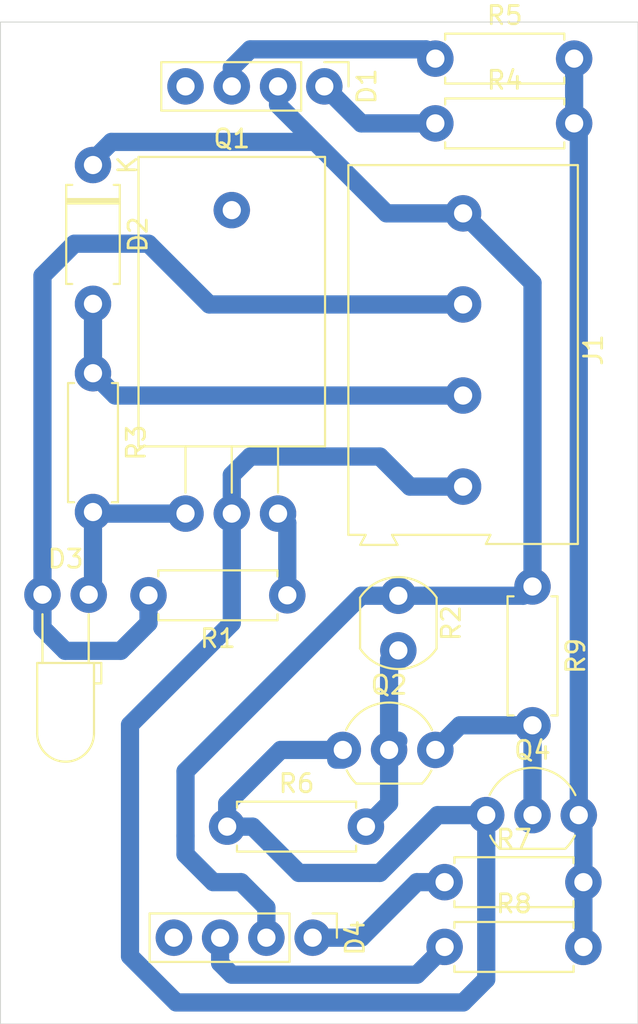
<source format=kicad_pcb>
(kicad_pcb (version 20240108) (generator "pcbnew") (generator_version "8.0")
  (layers (0 "F.Cu" signal) (31 "B.Cu" signal) (34 "B.Paste" user) (35 "F.Paste" user) (36 "B.SilkS" user "B.Silkscreen") (37 "F.SilkS" user "F.Silkscreen") (38 "B.Mask" user) (39 "F.Mask" user) (44 "Edge.Cuts" user))
  (net 0 "")
  (net 2 "Net-(D1-RK)")
  (net 3 "/BATT+")
  (net 4 "Net-(D1-GK)")
  (net 5 "VCC")
  (net 6 "Net-(D3-A)")
  (net 7 "GND")
  (net 8 "Net-(D4-GK)")
  (net 10 "Net-(D4-RK)")
  (net 11 "/BATT-")
  (net 12 "Net-(Q1-E)")
  (net 13 "Net-(Q2-C)")
  (net 14 "Net-(Q2-B)")
  (net 15 "Net-(Q4-C)")
  (footprint "Resistor_THT:R_Axial_DIN0207_L6.3mm_D2.5mm_P7.62mm_Horizontal" (layer "F.Cu") (at 72.39 80.772)
    (property "Reference" "R6" (at 3.81 -2.37 0) (layer "F.SilkS"))
    (property "Value" "39K")
    (fp_line (start 0.54 -1.37) (end 7.08 -1.37) (stroke (width 0.12)) (layer "F.SilkS"))
    (fp_line (start 0.54 -1.04) (end 0.54 -1.37) (stroke (width 0.12)) (layer "F.SilkS"))
    (fp_line (start 0.54 1.04) (end 0.54 1.37) (stroke (width 0.12)) (layer "F.SilkS"))
    (fp_line (start 0.54 1.37) (end 7.08 1.37) (stroke (width 0.12)) (layer "F.SilkS"))
    (fp_line (start 7.08 -1.37) (end 7.08 -1.04) (stroke (width 0.12)) (layer "F.SilkS"))
    (fp_line (start 7.08 1.37) (end 7.08 1.04) (stroke (width 0.12)) (layer "F.SilkS"))
    (pad "1" thru_hole circle (at 0 0) (size 2 2) (drill 1) (layers "*.Cu" "*.Mask") (net 11 "/BATT-"))
    (pad "2" thru_hole circle (at 7.62 0) (size 2 2) (drill 1) (layers "*.Cu" "*.Mask") (net 14 "Net-(Q2-B)"))
  )
  (footprint "Resistor_THT:R_Axial_DIN0207_L6.3mm_D2.5mm_P7.62mm_Horizontal" (layer "F.Cu") (at 89.154 67.588 -90)
    (property "Reference" "R9" (at 3.81 -2.37 90) (layer "F.SilkS"))
    (property "Value" "10K")
    (fp_line (start 0.54 1.37) (end 7.08 1.37) (stroke (width 0.12)) (layer "F.SilkS"))
    (fp_line (start 7.08 1.37) (end 7.08 1.04) (stroke (width 0.12)) (layer "F.SilkS"))
    (fp_line (start 0.54 1.04) (end 0.54 1.37) (stroke (width 0.12)) (layer "F.SilkS"))
    (fp_line (start 0.54 -1.04) (end 0.54 -1.37) (stroke (width 0.12)) (layer "F.SilkS"))
    (fp_line (start 0.54 -1.37) (end 7.08 -1.37) (stroke (width 0.12)) (layer "F.SilkS"))
    (fp_line (start 7.08 -1.37) (end 7.08 -1.04) (stroke (width 0.12)) (layer "F.SilkS"))
    (pad "1" thru_hole circle (at 0 0 270) (size 2 2) (drill 1) (layers "*.Cu" "*.Mask") (net 3 "/BATT+"))
    (pad "2" thru_hole circle (at 7.62 0 270) (size 2 2) (drill 1) (layers "*.Cu" "*.Mask") (net 13 "Net-(Q2-C)"))
  )
  (footprint "Resistor_THT:R_Axial_DIN0207_L6.3mm_D2.5mm_P7.62mm_Horizontal" (layer "F.Cu") (at 65.024 55.88 -90)
    (property "Reference" "R3" (at 3.81 -2.37 90) (layer "F.SilkS"))
    (property "Value" "6.8K")
    (fp_line (start 0.54 1.37) (end 7.08 1.37) (stroke (width 0.12)) (layer "F.SilkS"))
    (fp_line (start 7.08 1.37) (end 7.08 1.04) (stroke (width 0.12)) (layer "F.SilkS"))
    (fp_line (start 0.54 1.04) (end 0.54 1.37) (stroke (width 0.12)) (layer "F.SilkS"))
    (fp_line (start 0.54 -1.04) (end 0.54 -1.37) (stroke (width 0.12)) (layer "F.SilkS"))
    (fp_line (start 0.54 -1.37) (end 7.08 -1.37) (stroke (width 0.12)) (layer "F.SilkS"))
    (fp_line (start 7.08 -1.37) (end 7.08 -1.04) (stroke (width 0.12)) (layer "F.SilkS"))
    (pad "1" thru_hole circle (at 0 0 270) (size 2 2) (drill 1) (layers "*.Cu" "*.Mask") (net 5 "VCC"))
    (pad "2" thru_hole circle (at 7.62 0 270) (size 2 2) (drill 1) (layers "*.Cu" "*.Mask") (net 6 "Net-(D3-A)"))
  )
  (footprint "Resistor_THT:R_Axial_DIN0207_L6.3mm_D2.5mm_P7.62mm_Horizontal" (layer "F.Cu") (at 84.328 83.82)
    (property "Reference" "R7" (at 3.81 -2.37 0) (layer "F.SilkS"))
    (property "Value" "22")
    (fp_line (start 0.54 -1.37) (end 7.08 -1.37) (stroke (width 0.12)) (layer "F.SilkS"))
    (fp_line (start 0.54 -1.04) (end 0.54 -1.37) (stroke (width 0.12)) (layer "F.SilkS"))
    (fp_line (start 0.54 1.04) (end 0.54 1.37) (stroke (width 0.12)) (layer "F.SilkS"))
    (fp_line (start 0.54 1.37) (end 7.08 1.37) (stroke (width 0.12)) (layer "F.SilkS"))
    (fp_line (start 7.08 -1.37) (end 7.08 -1.04) (stroke (width 0.12)) (layer "F.SilkS"))
    (fp_line (start 7.08 1.37) (end 7.08 1.04) (stroke (width 0.12)) (layer "F.SilkS"))
    (pad "1" thru_hole circle (at 0 0) (size 2 2) (drill 1) (layers "*.Cu" "*.Mask") (net 10 "Net-(D4-RK)"))
    (pad "2" thru_hole circle (at 7.62 0) (size 2 2) (drill 1) (layers "*.Cu" "*.Mask") (net 15 "Net-(Q4-C)"))
  )
  (footprint "Connector_PinHeader_2.54mm:PinHeader_1x04_P2.54mm_Vertical" (layer "F.Cu") (at 77.724 40.132 -90)
    (property "Reference" "D1" (at 0 -2.33 90) (layer "F.SilkS"))
    (property "Value" "LED_RAGB")
    (fp_line (start -1.33 8.95) (end 1.33 8.95) (stroke (width 0.12)) (layer "F.SilkS"))
    (fp_line (start -1.33 1.27) (end -1.33 8.95) (stroke (width 0.12)) (layer "F.SilkS"))
    (fp_line (start -1.33 1.27) (end 1.33 1.27) (stroke (width 0.12)) (layer "F.SilkS"))
    (fp_line (start 1.33 1.27) (end 1.33 8.95) (stroke (width 0.12)) (layer "F.SilkS"))
    (fp_line (start -1.33 0) (end -1.33 -1.33) (stroke (width 0.12)) (layer "F.SilkS"))
    (fp_line (start -1.33 -1.33) (end 0 -1.33) (stroke (width 0.12)) (layer "F.SilkS"))
    (pad "1" thru_hole circle (at 0 0 270) (size 2 2) (drill 1) (layers "*.Cu" "*.Mask") (net 2 "Net-(D1-RK)"))
    (pad "2" thru_hole circle (at 0 2.54 270) (size 2 2) (drill 1) (layers "*.Cu" "*.Mask") (net 3 "/BATT+"))
    (pad "3" thru_hole circle (at 0 5.08 270) (size 2 2) (drill 1) (layers "*.Cu" "*.Mask") (net 4 "Net-(D1-GK)"))
    (pad "4" thru_hole circle (at 0 7.62 270) (size 2 2) (drill 1) (layers "*.Cu" "*.Mask"))
  )
  (footprint "Resistor_THT:R_Axial_DIN0207_L6.3mm_D2.5mm_P7.62mm_Horizontal" (layer "F.Cu") (at 84.328 87.376)
    (property "Reference" "R8" (at 3.81 -2.37 0) (layer "F.SilkS"))
    (property "Value" "47")
    (fp_line (start 0.54 -1.37) (end 7.08 -1.37) (stroke (width 0.12)) (layer "F.SilkS"))
    (fp_line (start 0.54 -1.04) (end 0.54 -1.37) (stroke (width 0.12)) (layer "F.SilkS"))
    (fp_line (start 0.54 1.04) (end 0.54 1.37) (stroke (width 0.12)) (layer "F.SilkS"))
    (fp_line (start 0.54 1.37) (end 7.08 1.37) (stroke (width 0.12)) (layer "F.SilkS"))
    (fp_line (start 7.08 -1.37) (end 7.08 -1.04) (stroke (width 0.12)) (layer "F.SilkS"))
    (fp_line (start 7.08 1.37) (end 7.08 1.04) (stroke (width 0.12)) (layer "F.SilkS"))
    (pad "1" thru_hole circle (at 0 0) (size 2 2) (drill 1) (layers "*.Cu" "*.Mask") (net 8 "Net-(D4-GK)"))
    (pad "2" thru_hole circle (at 7.62 0) (size 2 2) (drill 1) (layers "*.Cu" "*.Mask") (net 15 "Net-(Q4-C)"))
  )
  (footprint "Diode_THT:D_A-405_P7.62mm_Horizontal" (layer "F.Cu") (at 65.024 44.45 -90)
    (property "Reference" "D2" (at 3.81 -2.47 90) (layer "F.SilkS"))
    (property "Value" "0.2V")
    (fp_line (start 1.09 1.47) (end 6.53 1.47) (stroke (width 0.12)) (layer "F.SilkS"))
    (fp_line (start 6.53 1.47) (end 6.53 1.14) (stroke (width 0.12)) (layer "F.SilkS"))
    (fp_line (start 1.09 1.14) (end 1.09 1.47) (stroke (width 0.12)) (layer "F.SilkS"))
    (fp_line (start 1.09 -1.14) (end 1.09 -1.47) (stroke (width 0.12)) (layer "F.SilkS"))
    (fp_line (start 1.09 -1.47) (end 6.53 -1.47) (stroke (width 0.12)) (layer "F.SilkS"))
    (fp_line (start 1.87 -1.47) (end 1.87 1.47) (stroke (width 0.12)) (layer "F.SilkS"))
    (fp_line (start 1.99 -1.47) (end 1.99 1.47) (stroke (width 0.12)) (layer "F.SilkS"))
    (fp_line (start 2.11 -1.47) (end 2.11 1.47) (stroke (width 0.12)) (layer "F.SilkS"))
    (fp_line (start 6.53 -1.47) (end 6.53 -1.14) (stroke (width 0.12)) (layer "F.SilkS"))
    (fp_text user "K" (at 0 -1.9 90) (layer "F.SilkS"))
    (pad "1" thru_hole circle (at 0 0 270) (size 2 2) (drill 1) (layers "*.Cu" "*.Mask") (net 3 "/BATT+"))
    (pad "2" thru_hole circle (at 7.62 0 270) (size 2 2) (drill 1) (layers "*.Cu" "*.Mask") (net 5 "VCC"))
  )
  (footprint "TerminalBlock:TerminalBlock_Altech_AK300-4_P5.00mm" (layer "F.Cu") (at 85.344 47.104 -90)
    (property "Reference" "J1" (at 7.5 -7.15 90) (layer "F.SilkS"))
    (property "Value" "Screw_Terminal_01x04")
    (fp_line (start -2.65 6.3) (end -2.65 -6.3) (stroke (width 0.12)) (layer "F.SilkS"))
    (fp_line (start 17.65 6.3) (end -2.65 6.3) (stroke (width 0.12)) (layer "F.SilkS"))
    (fp_line (start 18.2 5.65) (end 17.65 5.35) (stroke (width 0.12)) (layer "F.SilkS"))
    (fp_line (start 17.65 5.35) (end 17.65 6.3) (stroke (width 0.12)) (layer "F.SilkS"))
    (fp_line (start 17.65 3.9) (end 18.2 3.6) (stroke (width 0.12)) (layer "F.SilkS"))
    (fp_line (start 18.2 3.6) (end 18.2 5.65) (stroke (width 0.12)) (layer "F.SilkS"))
    (fp_line (start 18.15 -1.25) (end 17.65 -1.5) (stroke (width 0.12)) (layer "F.SilkS"))
    (fp_line (start 17.65 -1.5) (end 17.65 3.9) (stroke (width 0.12)) (layer "F.SilkS"))
    (fp_line (start -2.65 -6.3) (end 18.15 -6.3) (stroke (width 0.12)) (layer "F.SilkS"))
    (fp_line (start 18.15 -6.3) (end 18.15 -1.25) (stroke (width 0.12)) (layer "F.SilkS"))
    (pad "1" thru_hole circle (at 0 0 270) (size 2 2) (drill 1) (layers "*.Cu" "*.Mask") (net 3 "/BATT+"))
    (pad "2" thru_hole circle (at 5 0 270) (size 2 2) (drill 1) (layers "*.Cu" "*.Mask") (net 7 "GND"))
    (pad "3" thru_hole circle (at 10 0 270) (size 2 2) (drill 1) (layers "*.Cu" "*.Mask") (net 5 "VCC"))
    (pad "4" thru_hole circle (at 15 0 270) (size 2 2) (drill 1) (layers "*.Cu" "*.Mask") (net 11 "/BATT-"))
  )
  (footprint "Connector_PinHeader_2.54mm:PinHeader_1x04_P2.54mm_Vertical" (layer "F.Cu") (at 77.084 86.868 -90)
    (property "Reference" "D4" (at 0 -2.33 90) (layer "F.SilkS"))
    (property "Value" "LED_RAGB")
    (fp_line (start -1.33 8.95) (end 1.33 8.95) (stroke (width 0.12)) (layer "F.SilkS"))
    (fp_line (start -1.33 1.27) (end -1.33 8.95) (stroke (width 0.12)) (layer "F.SilkS"))
    (fp_line (start -1.33 1.27) (end 1.33 1.27) (stroke (width 0.12)) (layer "F.SilkS"))
    (fp_line (start 1.33 1.27) (end 1.33 8.95) (stroke (width 0.12)) (layer "F.SilkS"))
    (fp_line (start -1.33 0) (end -1.33 -1.33) (stroke (width 0.12)) (layer "F.SilkS"))
    (fp_line (start -1.33 -1.33) (end 0 -1.33) (stroke (width 0.12)) (layer "F.SilkS"))
    (pad "1" thru_hole circle (at 0 0 270) (size 2 2) (drill 1) (layers "*.Cu" "*.Mask") (net 10 "Net-(D4-RK)"))
    (pad "2" thru_hole circle (at 0 2.54 270) (size 2 2) (drill 1) (layers "*.Cu" "*.Mask") (net 3 "/BATT+"))
    (pad "3" thru_hole circle (at 0 5.08 270) (size 2 2) (drill 1) (layers "*.Cu" "*.Mask") (net 8 "Net-(D4-GK)"))
    (pad "4" thru_hole circle (at 0 7.62 270) (size 2 2) (drill 1) (layers "*.Cu" "*.Mask"))
  )
  (footprint "LED_THT:LED_D3.0mm_Horizontal_O3.81mm_Z2.0mm" (layer "F.Cu") (at 62.25 68.036)
    (property "Reference" "D3" (at 1.27 -1.96 0) (layer "F.SilkS"))
    (property "Value" "LED_1.8V")
    (fp_line (start -0.29 3.75) (end -0.29 7.61) (stroke (width 0.12)) (layer "F.SilkS"))
    (fp_line (start -0.29 3.75) (end 2.83 3.75) (stroke (width 0.12)) (layer "F.SilkS"))
    (fp_line (start 0 1.08) (end 0 1.08) (stroke (width 0.12)) (layer "F.SilkS"))
    (fp_line (start 0 1.08) (end 0 3.75) (stroke (width 0.12)) (layer "F.SilkS"))
    (fp_line (start 0 3.75) (end 0 1.08) (stroke (width 0.12)) (layer "F.SilkS"))
    (fp_line (start 0 3.75) (end 0 3.75) (stroke (width 0.12)) (layer "F.SilkS"))
    (fp_line (start 2.54 1.08) (end 2.54 1.08) (stroke (width 0.12)) (layer "F.SilkS"))
    (fp_line (start 2.54 1.08) (end 2.54 3.75) (stroke (width 0.12)) (layer "F.SilkS"))
    (fp_line (start 2.54 3.75) (end 2.54 1.08) (stroke (width 0.12)) (layer "F.SilkS"))
    (fp_line (start 2.54 3.75) (end 2.54 3.75) (stroke (width 0.12)) (layer "F.SilkS"))
    (fp_line (start 2.83 3.75) (end 2.83 7.61) (stroke (width 0.12)) (layer "F.SilkS"))
    (fp_line (start 2.83 3.75) (end 3.23 3.75) (stroke (width 0.12)) (layer "F.SilkS"))
    (fp_line (start 2.83 4.87) (end 2.83 3.75) (stroke (width 0.12)) (layer "F.SilkS"))
    (fp_line (start 3.23 3.75) (end 3.23 4.87) (stroke (width 0.12)) (layer "F.SilkS"))
    (fp_line (start 3.23 4.87) (end 2.83 4.87) (stroke (width 0.12)) (layer "F.SilkS"))
    (fp_arc (start 2.83 7.61) (mid 1.27 9.17) (end -0.29 7.61) (stroke (width 0.12)) (layer "F.SilkS"))
    (pad "1" thru_hole circle (at 0 0) (size 2 2) (drill 1) (layers "*.Cu" "*.Mask") (net 7 "GND"))
    (pad "2" thru_hole circle (at 2.54 0) (size 2 2) (drill 1) (layers "*.Cu" "*.Mask") (net 6 "Net-(D3-A)"))
  )
  (footprint "Resistor_THT:R_Axial_DIN0207_L6.3mm_D2.5mm_P7.62mm_Horizontal" (layer "F.Cu") (at 75.692 68.072 180)
    (property "Reference" "R1" (at 3.81 -2.37 180) (layer "F.SilkS"))
    (property "Value" "15")
    (fp_line (start 7.08 1.37) (end 7.08 1.04) (stroke (width 0.12)) (layer "F.SilkS"))
    (fp_line (start 7.08 -1.37) (end 7.08 -1.04) (stroke (width 0.12)) (layer "F.SilkS"))
    (fp_line (start 0.54 1.37) (end 7.08 1.37) (stroke (width 0.12)) (layer "F.SilkS"))
    (fp_line (start 0.54 1.04) (end 0.54 1.37) (stroke (width 0.12)) (layer "F.SilkS"))
    (fp_line (start 0.54 -1.04) (end 0.54 -1.37) (stroke (width 0.12)) (layer "F.SilkS"))
    (fp_line (start 0.54 -1.37) (end 7.08 -1.37) (stroke (width 0.12)) (layer "F.SilkS"))
    (pad "1" thru_hole circle (at 0 0 180) (size 2 2) (drill 1) (layers "*.Cu" "*.Mask") (net 12 "Net-(Q1-E)"))
    (pad "2" thru_hole circle (at 7.62 0 180) (size 2 2) (drill 1) (layers "*.Cu" "*.Mask") (net 7 "GND"))
  )
  (footprint "Resistor_THT:R_Axial_DIN0207_L6.3mm_D2.5mm_P7.62mm_Horizontal" (layer "F.Cu") (at 83.82 38.608)
    (property "Reference" "R5" (at 3.81 -2.37 0) (layer "F.SilkS"))
    (property "Value" "47")
    (fp_line (start 0.54 -1.37) (end 7.08 -1.37) (stroke (width 0.12)) (layer "F.SilkS"))
    (fp_line (start 0.54 -1.04) (end 0.54 -1.37) (stroke (width 0.12)) (layer "F.SilkS"))
    (fp_line (start 0.54 1.04) (end 0.54 1.37) (stroke (width 0.12)) (layer "F.SilkS"))
    (fp_line (start 0.54 1.37) (end 7.08 1.37) (stroke (width 0.12)) (layer "F.SilkS"))
    (fp_line (start 7.08 -1.37) (end 7.08 -1.04) (stroke (width 0.12)) (layer "F.SilkS"))
    (fp_line (start 7.08 1.37) (end 7.08 1.04) (stroke (width 0.12)) (layer "F.SilkS"))
    (pad "1" thru_hole circle (at 0 0) (size 2 2) (drill 1) (layers "*.Cu" "*.Mask") (net 4 "Net-(D1-GK)"))
    (pad "2" thru_hole circle (at 7.62 0) (size 2 2) (drill 1) (layers "*.Cu" "*.Mask") (net 15 "Net-(Q4-C)"))
  )
  (footprint "Package_TO_SOT_THT:TO-92_Inline_Wide" (layer "F.Cu") (at 86.614 80.14)
    (property "Reference" "Q4" (at 2.54 -3.56 0) (layer "F.SilkS"))
    (property "Value" "2N2222")
    (fp_line (start 0.74 1.85) (end 4.34 1.85) (stroke (width 0.12)) (layer "F.SilkS"))
    (fp_arc (start 0.1836 -1.098807) (mid 1.143021 -2.192817) (end 2.54 -2.6) (stroke (width 0.12)) (layer "F.SilkS"))
    (fp_arc (start 0.74 1.85) (mid 0.446097 1.509328) (end 0.215816 1.122795) (stroke (width 0.12)) (layer "F.SilkS"))
    (fp_arc (start 2.54 -2.6) (mid 3.936979 -2.192818) (end 4.8964 -1.098807) (stroke (width 0.12)) (layer "F.SilkS"))
    (fp_arc (start 4.864184 1.122795) (mid 4.633903 1.509328) (end 4.34 1.85) (stroke (width 0.12)) (layer "F.SilkS"))
    (pad "1" thru_hole circle (at 0 0) (size 2 2) (drill 1) (layers "*.Cu" "*.Mask") (net 11 "/BATT-"))
    (pad "2" thru_hole circle (at 2.54 0) (size 2 2) (drill 1) (layers "*.Cu" "*.Mask") (net 13 "Net-(Q2-C)"))
    (pad "3" thru_hole circle (at 5.08 0) (size 2 2) (drill 1) (layers "*.Cu" "*.Mask") (net 15 "Net-(Q4-C)"))
  )
  (footprint "Package_TO_SOT_THT:TO-92_Inline_Wide" (layer "F.Cu") (at 78.74 76.56)
    (property "Reference" "Q2" (at 2.54 -3.56 0) (layer "F.SilkS"))
    (property "Value" "2N2222")
    (fp_line (start 0.74 1.85) (end 4.34 1.85) (stroke (width 0.12)) (layer "F.SilkS"))
    (fp_arc (start 0.1836 -1.098807) (mid 1.143021 -2.192817) (end 2.54 -2.6) (stroke (width 0.12)) (layer "F.SilkS"))
    (fp_arc (start 0.74 1.85) (mid 0.446097 1.509328) (end 0.215816 1.122795) (stroke (width 0.12)) (layer "F.SilkS"))
    (fp_arc (start 2.54 -2.6) (mid 3.936979 -2.192818) (end 4.8964 -1.098807) (stroke (width 0.12)) (layer "F.SilkS"))
    (fp_arc (start 4.864184 1.122795) (mid 4.633903 1.509328) (end 4.34 1.85) (stroke (width 0.12)) (layer "F.SilkS"))
    (pad "1" thru_hole circle (at 0 0) (size 2 2) (drill 1) (layers "*.Cu" "*.Mask") (net 11 "/BATT-"))
    (pad "2" thru_hole circle (at 2.54 0) (size 2 2) (drill 1) (layers "*.Cu" "*.Mask") (net 14 "Net-(Q2-B)"))
    (pad "3" thru_hole circle (at 5.08 0) (size 2 2) (drill 1) (layers "*.Cu" "*.Mask") (net 13 "Net-(Q2-C)"))
  )
  (footprint "Package_TO_SOT_THT:TO-220-3_Horizontal_TabDown" (layer "F.Cu") (at 70.104 63.586)
    (property "Reference" "Q1" (at 2.54 -20.58 0) (layer "F.SilkS"))
    (property "Value" "TIP31C")
    (fp_line (start -2.58 -19.58) (end -2.58 -3.69) (stroke (width 0.12)) (layer "F.SilkS"))
    (fp_line (start -2.58 -19.58) (end 7.66 -19.58) (stroke (width 0.12)) (layer "F.SilkS"))
    (fp_line (start -2.58 -3.69) (end 7.66 -3.69) (stroke (width 0.12)) (layer "F.SilkS"))
    (fp_line (start 0 -3.69) (end 0 -1.15) (stroke (width 0.12)) (layer "F.SilkS"))
    (fp_line (start 2.54 -3.69) (end 2.54 -1.15) (stroke (width 0.12)) (layer "F.SilkS"))
    (fp_line (start 5.08 -3.69) (end 5.08 -1.15) (stroke (width 0.12)) (layer "F.SilkS"))
    (fp_line (start 7.66 -19.58) (end 7.66 -3.69) (stroke (width 0.12)) (layer "F.SilkS"))
    (pad "" thru_hole circle (at 2.54 -16.66) (size 2 2) (drill 1) (layers "*.Cu" "*.Mask"))
    (pad "1" thru_hole circle (at 0 0) (size 2 2) (drill 1) (layers "*.Cu" "*.Mask") (net 6 "Net-(D3-A)"))
    (pad "2" thru_hole circle (at 2.54 0) (size 2 2) (drill 1) (layers "*.Cu" "*.Mask") (net 11 "/BATT-"))
    (pad "3" thru_hole circle (at 5.08 0) (size 2 2) (drill 1) (layers "*.Cu" "*.Mask") (net 12 "Net-(Q1-E)"))
  )
  (footprint "OptoDevice:R_LDR_5.0x4.1mm_P3mm_Vertical" (layer "F.Cu") (at 81.788 68.096 -90)
    (property "Reference" "R2" (at 1.5 -2.9 90) (layer "F.SilkS"))
    (property "Value" "R_Photo")
    (fp_line (start 0.1 2.1) (end 2.9 2.1) (stroke (width 0.12)) (layer "F.SilkS"))
    (fp_line (start 0.1 -2.1) (end 2.9 -2.1) (stroke (width 0.12)) (layer "F.SilkS"))
    (fp_arc (start 0.1 2.1) (mid -1.023872 -0.008372) (end 0.113963 -2.109242) (stroke (width 0.12)) (layer "F.SilkS"))
    (fp_arc (start 2.9 -2.1) (mid 4.023872 0.008372) (end 2.886037 2.109242) (stroke (width 0.12)) (layer "F.SilkS"))
    (pad "1" thru_hole circle (at 0 0 270) (size 2 2) (drill 1) (layers "*.Cu" "*.Mask") (net 3 "/BATT+"))
    (pad "2" thru_hole circle (at 3 0 270) (size 2 2) (drill 1) (layers "*.Cu" "*.Mask") (net 14 "Net-(Q2-B)"))
  )
  (footprint "Resistor_THT:R_Axial_DIN0207_L6.3mm_D2.5mm_P7.62mm_Horizontal" (layer "F.Cu") (at 83.82 42.164)
    (property "Reference" "R4" (at 3.81 -2.37 0) (layer "F.SilkS"))
    (property "Value" "22")
    (fp_line (start 0.54 -1.37) (end 7.08 -1.37) (stroke (width 0.12)) (layer "F.SilkS"))
    (fp_line (start 0.54 -1.04) (end 0.54 -1.37) (stroke (width 0.12)) (layer "F.SilkS"))
    (fp_line (start 0.54 1.04) (end 0.54 1.37) (stroke (width 0.12)) (layer "F.SilkS"))
    (fp_line (start 0.54 1.37) (end 7.08 1.37) (stroke (width 0.12)) (layer "F.SilkS"))
    (fp_line (start 7.08 -1.37) (end 7.08 -1.04) (stroke (width 0.12)) (layer "F.SilkS"))
    (fp_line (start 7.08 1.37) (end 7.08 1.04) (stroke (width 0.12)) (layer "F.SilkS"))
    (pad "1" thru_hole circle (at 0 0) (size 2 2) (drill 1) (layers "*.Cu" "*.Mask") (net 2 "Net-(D1-RK)"))
    (pad "2" thru_hole circle (at 7.62 0) (size 2 2) (drill 1) (layers "*.Cu" "*.Mask") (net 15 "Net-(Q4-C)"))
  )
  (gr_rect (start 59.944 36.6) (end 94.944 91.6) (stroke (width 0.05)) (fill none) (layer "Edge.Cuts"))
  (segment (start 77.724 40.132) (end 79.756 42.164) (width 1) (layer "B.Cu") (net 2))
  (segment (start 83.82 42.164) (end 79.756 42.164) (width 1) (layer "B.Cu") (net 2))
  (segment (start 81.14 47.104) (end 85.344 47.104) (width 1) (layer "B.Cu") (net 3))
  (segment (start 73.152 83.82) (end 71.628 83.82) (width 1) (layer "B.Cu") (net 3))
  (segment (start 79.744 68.096) (end 81.788 68.096) (width 1) (layer "B.Cu") (net 3))
  (segment (start 65.024 44.196) (end 66.04 43.18) (width 1) (layer "B.Cu") (net 3))
  (segment (start 74.544 86.868) (end 74.544 85.212) (width 1) (layer "B.Cu") (net 3))
  (segment (start 74.544 85.212) (end 73.152 83.82) (width 1) (layer "B.Cu") (net 3))
  (segment (start 70.104 77.736) (end 79.744 68.096) (width 1) (layer "B.Cu") (net 3))
  (segment (start 75.184 40.132) (end 75.184 41.148) (width 1) (layer "B.Cu") (net 3))
  (segment (start 70.104 77.736) (end 70.104 81.28) (width 1) (layer "B.Cu") (net 3))
  (segment (start 89.154 67.588) (end 89.154 50.914) (width 1) (layer "B.Cu") (net 3))
  (segment (start 89.154 50.914) (end 85.344 47.104) (width 1) (layer "B.Cu") (net 3))
  (segment (start 71.628 83.82) (end 70.104 82.296) (width 1) (layer "B.Cu") (net 3))
  (segment (start 66.04 43.18) (end 77.216 43.18) (width 1) (layer "B.Cu") (net 3))
  (segment (start 81.788 68.096) (end 88.646 68.096) (width 1) (layer "B.Cu") (net 3))
  (segment (start 70.104 82.296) (end 70.104 81.28) (width 1) (layer "B.Cu") (net 3))
  (segment (start 75.184 41.148) (end 76.454 42.418) (width 1) (layer "B.Cu") (net 3))
  (segment (start 65.024 44.45) (end 65.024 44.196) (width 1) (layer "B.Cu") (net 3))
  (segment (start 88.646 68.096) (end 89.154 67.588) (width 1) (layer "B.Cu") (net 3))
  (segment (start 76.454 42.418) (end 77.216 43.18) (width 1) (layer "B.Cu") (net 3))
  (segment (start 77.216 43.18) (end 81.14 47.104) (width 1) (layer "B.Cu") (net 3))
  (segment (start 72.644 40.132) (end 72.644 39.116) (width 1) (layer "B.Cu") (net 4))
  (segment (start 83.312 38.1) (end 83.82 38.608) (width 1) (layer "B.Cu") (net 4))
  (segment (start 73.66 38.1) (end 83.312 38.1) (width 1) (layer "B.Cu") (net 4))
  (segment (start 72.644 39.116) (end 73.66 38.1) (width 1) (layer "B.Cu") (net 4))
  (segment (start 85.344 57.104) (end 66.248 57.104) (width 1) (layer "B.Cu") (net 5))
  (segment (start 65.024 52.07) (end 65.024 55.88) (width 1) (layer "B.Cu") (net 5))
  (segment (start 66.248 57.104) (end 65.024 55.88) (width 1) (layer "B.Cu") (net 5))
  (segment (start 70.104 63.586) (end 65.11 63.586) (width 1) (layer "B.Cu") (net 6))
  (segment (start 65.024 63.5) (end 65.024 67.802) (width 1) (layer "B.Cu") (net 6))
  (segment (start 65.11 63.586) (end 65.024 63.5) (width 1) (layer "B.Cu") (net 6))
  (segment (start 65.024 67.802) (end 64.79 68.036) (width 1) (layer "B.Cu") (net 6))
  (segment (start 62.25 68.036) (end 62.25 50.526) (width 1) (layer "B.Cu") (net 7))
  (segment (start 62.25 69.87) (end 63.5 71.12) (width 1) (layer "B.Cu") (net 7))
  (segment (start 63.5 71.12) (end 66.548 71.12) (width 1) (layer "B.Cu") (net 7))
  (segment (start 66.548 71.12) (end 68.072 69.596) (width 1) (layer "B.Cu") (net 7))
  (segment (start 68.072 48.768) (end 71.408 52.104) (width 1) (layer "B.Cu") (net 7))
  (segment (start 64.008 48.768) (end 68.072 48.768) (width 1) (layer "B.Cu") (net 7))
  (segment (start 62.25 68.036) (end 62.25 69.87) (width 1) (layer "B.Cu") (net 7))
  (segment (start 62.25 50.526) (end 64.008 48.768) (width 1) (layer "B.Cu") (net 7))
  (segment (start 68.072 69.596) (end 68.072 68.072) (width 1) (layer "B.Cu") (net 7))
  (segment (start 71.408 52.104) (end 85.344 52.104) (width 1) (layer "B.Cu") (net 7))
  (segment (start 72.644 88.9) (end 82.804 88.9) (width 1) (layer "B.Cu") (net 8))
  (segment (start 72.004 88.26) (end 72.644 88.9) (width 1) (layer "B.Cu") (net 8))
  (segment (start 72.004 86.868) (end 72.004 88.26) (width 1) (layer "B.Cu") (net 8))
  (segment (start 82.804 88.9) (end 84.328 87.376) (width 1) (layer "B.Cu") (net 8))
  (segment (start 79.756 86.868) (end 82.804 83.82) (width 1) (layer "B.Cu") (net 10))
  (segment (start 84.328 83.82) (end 82.804 83.82) (width 1) (layer "B.Cu") (net 10))
  (segment (start 77.084 86.868) (end 79.756 86.868) (width 1) (layer "B.Cu") (net 10))
  (segment (start 72.644 61.468) (end 72.644 63.586) (width 1) (layer "B.Cu") (net 11))
  (segment (start 67.056 75.184) (end 72.644 69.596) (width 1) (layer "B.Cu") (net 11))
  (segment (start 86.614 80.14) (end 83.944 80.14) (width 1) (layer "B.Cu") (net 11))
  (segment (start 72.39 80.772) (end 72.39 79.502) (width 1) (layer "B.Cu") (net 11))
  (segment (start 72.644 69.596) (end 72.644 63.586) (width 1) (layer "B.Cu") (net 11))
  (segment (start 82.424 62.104) (end 85.344 62.104) (width 1) (layer "B.Cu") (net 11))
  (segment (start 69.596 90.424) (end 67.056 87.884) (width 1) (layer "B.Cu") (net 11))
  (segment (start 85.344 90.424) (end 69.596 90.424) (width 1) (layer "B.Cu") (net 11))
  (segment (start 80.772 60.452) (end 82.424 62.104) (width 1) (layer "B.Cu") (net 11))
  (segment (start 80.772 83.312) (end 76.327 83.312) (width 1) (layer "B.Cu") (net 11))
  (segment (start 80.772 60.452) (end 73.66 60.452) (width 1) (layer "B.Cu") (net 11))
  (segment (start 67.056 87.884) (end 67.056 75.184) (width 1) (layer "B.Cu") (net 11))
  (segment (start 83.944 80.14) (end 80.772 83.312) (width 1) (layer "B.Cu") (net 11))
  (segment (start 76.327 83.312) (end 73.787 80.772) (width 1) (layer "B.Cu") (net 11))
  (segment (start 72.39 79.502) (end 75.332 76.56) (width 1) (layer "B.Cu") (net 11))
  (segment (start 73.787 80.772) (end 72.39 80.772) (width 1) (layer "B.Cu") (net 11))
  (segment (start 75.332 76.56) (end 78.74 76.56) (width 1) (layer "B.Cu") (net 11))
  (segment (start 73.66 60.452) (end 72.644 61.468) (width 1) (layer "B.Cu") (net 11))
  (segment (start 78.38 77.092) (end 78.74 77.092) (width 1) (layer "B.Cu") (net 11))
  (segment (start 86.614 80.14) (end 86.614 89.154) (width 1) (layer "B.Cu") (net 11))
  (segment (start 86.614 89.154) (end 85.344 90.424) (width 1) (layer "B.Cu") (net 11))
  (segment (start 75.692 68.072) (end 75.692 64.094) (width 1) (layer "B.Cu") (net 12))
  (segment (start 75.692 64.094) (end 75.184 63.586) (width 1) (layer "B.Cu") (net 12))
  (segment (start 83.82 76.56) (end 85.172 75.208) (width 1) (layer "B.Cu") (net 13))
  (segment (start 89.154 80.14) (end 89.154 75.208) (width 1) (layer "B.Cu") (net 13))
  (segment (start 89.006 75.06) (end 89.154 75.208) (width 1) (layer "B.Cu") (net 13))
  (segment (start 85.172 75.208) (end 89.154 75.208) (width 1) (layer "B.Cu") (net 13))
  (segment (start 81.28 71.604) (end 81.788 71.096) (width 1) (layer "B.Cu") (net 14))
  (segment (start 81.788 76.052) (end 81.28 76.56) (width 1) (layer "B.Cu") (net 14))
  (segment (start 81.28 76.56) (end 81.28 79.502) (width 1) (layer "B.Cu") (net 14))
  (segment (start 81.28 79.502) (end 80.01 80.772) (width 1) (layer "B.Cu") (net 14))
  (segment (start 81.28 76.56) (end 81.28 71.604) (width 1) (layer "B.Cu") (net 14))
  (segment (start 91.694 80.14) (end 91.694 42.418) (width 1) (layer "B.Cu") (net 15))
  (segment (start 91.948 80.394) (end 91.694 80.14) (width 1) (layer "B.Cu") (net 15))
  (segment (start 91.44 38.608) (end 91.44 42.164) (width 1) (layer "B.Cu") (net 15))
  (segment (start 91.948 83.82) (end 91.948 80.394) (width 1) (layer "B.Cu") (net 15))
  (segment (start 91.694 42.418) (end 91.44 42.164) (width 1) (layer "B.Cu") (net 15))
  (segment (start 91.948 87.376) (end 91.948 83.82) (width 1) (layer "B.Cu") (net 15))
)
</source>
